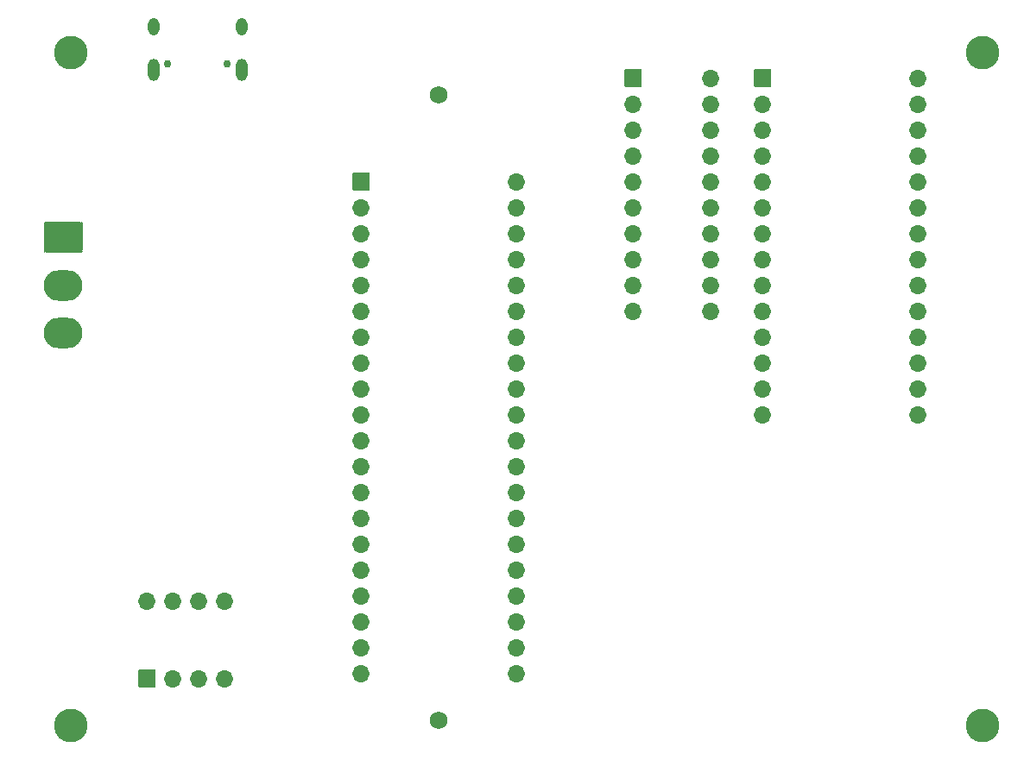
<source format=gbr>
%TF.GenerationSoftware,KiCad,Pcbnew,5.99.0+really5.1.10+dfsg1-1*%
%TF.CreationDate,2021-12-24T14:47:20+01:00*%
%TF.ProjectId,8051dumper,38303531-6475-46d7-9065-722e6b696361,1*%
%TF.SameCoordinates,PX60e4b00PYc1c9600*%
%TF.FileFunction,Soldermask,Bot*%
%TF.FilePolarity,Negative*%
%FSLAX46Y46*%
G04 Gerber Fmt 4.6, Leading zero omitted, Abs format (unit mm)*
G04 Created by KiCad (PCBNEW 5.99.0+really5.1.10+dfsg1-1) date 2021-12-24 14:47:20*
%MOMM*%
%LPD*%
G01*
G04 APERTURE LIST*
%ADD10C,3.302000*%
%ADD11O,1.702000X1.702000*%
%ADD12C,0.752000*%
%ADD13O,1.102000X2.202000*%
%ADD14O,1.102000X1.702000*%
%ADD15O,3.810400X3.023000*%
%ADD16C,1.753000*%
%ADD17O,1.702200X1.702200*%
%ADD18C,0.152400*%
G04 APERTURE END LIST*
D10*
%TO.C,H4*%
X7080000Y5080000D03*
%TD*%
%TO.C,H3*%
X7080000Y71120000D03*
%TD*%
%TO.C,H2*%
X96520000Y5080000D03*
%TD*%
%TO.C,H1*%
X96520000Y71120000D03*
%TD*%
D11*
%TO.C,J1*%
X14560000Y17270000D03*
X22180000Y9650000D03*
X17100000Y17270000D03*
X19640000Y9650000D03*
X19640000Y17270000D03*
X17100000Y9650000D03*
X22180000Y17270000D03*
G36*
G01*
X15360000Y8799000D02*
X13760000Y8799000D01*
G75*
G02*
X13709000Y8850000I0J51000D01*
G01*
X13709000Y10450000D01*
G75*
G02*
X13760000Y10501000I51000J0D01*
G01*
X15360000Y10501000D01*
G75*
G02*
X15411000Y10450000I0J-51000D01*
G01*
X15411000Y8850000D01*
G75*
G02*
X15360000Y8799000I-51000J0D01*
G01*
G37*
%TD*%
D12*
%TO.C,USB1*%
X16610000Y69950000D03*
X22390000Y69950000D03*
D13*
X23820000Y69420000D03*
X15180000Y69420000D03*
D14*
X23820000Y73600000D03*
X15180000Y73600000D03*
%TD*%
D11*
%TO.C,U2*%
X69850000Y68580000D03*
X62230000Y45720000D03*
X69850000Y66040000D03*
X62230000Y48260000D03*
X69850000Y63500000D03*
X62230000Y50800000D03*
X69850000Y60960000D03*
X62230000Y53340000D03*
X69850000Y58420000D03*
X62230000Y55880000D03*
X69850000Y55880000D03*
X62230000Y58420000D03*
X69850000Y53340000D03*
X62230000Y60960000D03*
X69850000Y50800000D03*
X62230000Y63500000D03*
X69850000Y48260000D03*
X62230000Y66040000D03*
X69850000Y45720000D03*
G36*
G01*
X61379000Y67780000D02*
X61379000Y69380000D01*
G75*
G02*
X61430000Y69431000I51000J0D01*
G01*
X63030000Y69431000D01*
G75*
G02*
X63081000Y69380000I0J-51000D01*
G01*
X63081000Y67780000D01*
G75*
G02*
X63030000Y67729000I-51000J0D01*
G01*
X61430000Y67729000D01*
G75*
G02*
X61379000Y67780000I0J51000D01*
G01*
G37*
%TD*%
D15*
%TO.C,S1*%
X6350000Y43561000D03*
X6350000Y48260000D03*
G36*
G01*
X4707799Y54470500D02*
X7992201Y54470500D01*
G75*
G02*
X8255200Y54207501I0J-262999D01*
G01*
X8255200Y51710499D01*
G75*
G02*
X7992201Y51447500I-262999J0D01*
G01*
X4707799Y51447500D01*
G75*
G02*
X4444800Y51710499I0J262999D01*
G01*
X4444800Y54207501D01*
G75*
G02*
X4707799Y54470500I262999J0D01*
G01*
G37*
%TD*%
D11*
%TO.C,U3*%
X90170000Y68580000D03*
X74930000Y35560000D03*
X90170000Y66040000D03*
X74930000Y38100000D03*
X90170000Y63500000D03*
X74930000Y40640000D03*
X90170000Y60960000D03*
X74930000Y43180000D03*
X90170000Y58420000D03*
X74930000Y45720000D03*
X90170000Y55880000D03*
X74930000Y48260000D03*
X90170000Y53340000D03*
X74930000Y50800000D03*
X90170000Y50800000D03*
X74930000Y53340000D03*
X90170000Y48260000D03*
X74930000Y55880000D03*
X90170000Y45720000D03*
X74930000Y58420000D03*
X90170000Y43180000D03*
X74930000Y60960000D03*
X90170000Y40640000D03*
X74930000Y63500000D03*
X90170000Y38100000D03*
X74930000Y66040000D03*
X90170000Y35560000D03*
G36*
G01*
X74079000Y67780000D02*
X74079000Y69380000D01*
G75*
G02*
X74130000Y69431000I51000J0D01*
G01*
X75730000Y69431000D01*
G75*
G02*
X75781000Y69380000I0J-51000D01*
G01*
X75781000Y67780000D01*
G75*
G02*
X75730000Y67729000I-51000J0D01*
G01*
X74130000Y67729000D01*
G75*
G02*
X74079000Y67780000I0J51000D01*
G01*
G37*
%TD*%
D16*
%TO.C,U1*%
X43180000Y66929000D03*
X43180000Y5588000D03*
D17*
X50800000Y58420000D03*
X35560000Y10160000D03*
X50800000Y55880000D03*
X35560000Y12700000D03*
X50800000Y53340000D03*
X35560000Y15240000D03*
X50800000Y50800000D03*
X35560000Y17780000D03*
X50800000Y48260000D03*
X35560000Y20320000D03*
X50800000Y45720000D03*
X35560000Y22860000D03*
X50800000Y43180000D03*
X35560000Y25400000D03*
X50800000Y40640000D03*
X35560000Y27940000D03*
X50800000Y38100000D03*
X35560000Y30480000D03*
X50800000Y35560000D03*
X35560000Y33020000D03*
X50800000Y33020000D03*
X35560000Y35560000D03*
X50800000Y30480000D03*
X35560000Y38100000D03*
X50800000Y27940000D03*
X35560000Y40640000D03*
X50800000Y25400000D03*
X35560000Y43180000D03*
X50800000Y22860000D03*
X35560000Y45720000D03*
X50800000Y20320000D03*
X35560000Y48260000D03*
X50800000Y17780000D03*
X35560000Y50800000D03*
X50800000Y15240000D03*
X35560000Y53340000D03*
X50800000Y12700000D03*
X35560000Y55880000D03*
X50800000Y10160000D03*
G36*
G01*
X34708900Y57619900D02*
X34708900Y59220100D01*
G75*
G02*
X34759900Y59271100I51000J0D01*
G01*
X36360100Y59271100D01*
G75*
G02*
X36411100Y59220100I0J-51000D01*
G01*
X36411100Y57619900D01*
G75*
G02*
X36360100Y57568900I-51000J0D01*
G01*
X34759900Y57568900D01*
G75*
G02*
X34708900Y57619900I0J51000D01*
G01*
G37*
%TD*%
D18*
G36*
X4446790Y51710695D02*
G01*
X4451823Y51659585D01*
X4466677Y51610623D01*
X4490794Y51565501D01*
X4523252Y51525952D01*
X4562801Y51493494D01*
X4607923Y51469377D01*
X4656885Y51454523D01*
X4707995Y51449490D01*
X4709621Y51448325D01*
X4709425Y51446335D01*
X4707799Y51445500D01*
X4610688Y51445500D01*
X4610492Y51445510D01*
X4573310Y51449172D01*
X4572925Y51449248D01*
X4543065Y51458306D01*
X4542703Y51458456D01*
X4515190Y51473162D01*
X4514864Y51473380D01*
X4490748Y51493171D01*
X4490471Y51493448D01*
X4470680Y51517564D01*
X4470462Y51517890D01*
X4455756Y51545403D01*
X4455606Y51545765D01*
X4446548Y51575625D01*
X4446472Y51576010D01*
X4442810Y51613192D01*
X4442800Y51613388D01*
X4442800Y51710499D01*
X4443800Y51712231D01*
X4445800Y51712231D01*
X4446790Y51710695D01*
G37*
G36*
X8256365Y51712125D02*
G01*
X8257200Y51710499D01*
X8257200Y51613388D01*
X8257190Y51613192D01*
X8253528Y51576010D01*
X8253452Y51575625D01*
X8244394Y51545765D01*
X8244244Y51545403D01*
X8229538Y51517890D01*
X8229320Y51517564D01*
X8209529Y51493448D01*
X8209252Y51493171D01*
X8185136Y51473380D01*
X8184810Y51473162D01*
X8157297Y51458456D01*
X8156935Y51458306D01*
X8127075Y51449248D01*
X8126690Y51449172D01*
X8089508Y51445510D01*
X8089312Y51445500D01*
X7992201Y51445500D01*
X7990469Y51446500D01*
X7990469Y51448500D01*
X7992005Y51449490D01*
X8043115Y51454523D01*
X8092077Y51469377D01*
X8137199Y51493494D01*
X8176748Y51525952D01*
X8209206Y51565501D01*
X8233323Y51610623D01*
X8248177Y51659585D01*
X8253210Y51710695D01*
X8254375Y51712321D01*
X8256365Y51712125D01*
G37*
G36*
X4709531Y54471500D02*
G01*
X4709531Y54469500D01*
X4707995Y54468510D01*
X4656885Y54463477D01*
X4607923Y54448623D01*
X4562801Y54424506D01*
X4523252Y54392048D01*
X4490794Y54352499D01*
X4466677Y54307377D01*
X4451823Y54258415D01*
X4446790Y54207305D01*
X4445625Y54205679D01*
X4443635Y54205875D01*
X4442800Y54207501D01*
X4442800Y54304612D01*
X4442810Y54304808D01*
X4446472Y54341990D01*
X4446548Y54342375D01*
X4455606Y54372235D01*
X4455756Y54372597D01*
X4470462Y54400110D01*
X4470680Y54400436D01*
X4490471Y54424552D01*
X4490748Y54424829D01*
X4514864Y54444620D01*
X4515190Y54444838D01*
X4542703Y54459544D01*
X4543065Y54459694D01*
X4572925Y54468752D01*
X4573310Y54468828D01*
X4610492Y54472490D01*
X4610688Y54472500D01*
X4707799Y54472500D01*
X4709531Y54471500D01*
G37*
G36*
X8089508Y54472490D02*
G01*
X8126690Y54468828D01*
X8127075Y54468752D01*
X8156935Y54459694D01*
X8157297Y54459544D01*
X8184810Y54444838D01*
X8185136Y54444620D01*
X8209252Y54424829D01*
X8209529Y54424552D01*
X8229320Y54400436D01*
X8229538Y54400110D01*
X8244244Y54372597D01*
X8244394Y54372235D01*
X8253452Y54342375D01*
X8253528Y54341990D01*
X8257190Y54304808D01*
X8257200Y54304612D01*
X8257200Y54207501D01*
X8256200Y54205769D01*
X8254200Y54205769D01*
X8253210Y54207305D01*
X8248177Y54258415D01*
X8233323Y54307377D01*
X8209206Y54352499D01*
X8176748Y54392048D01*
X8137199Y54424506D01*
X8092077Y54448623D01*
X8043115Y54463477D01*
X7992005Y54468510D01*
X7990379Y54469675D01*
X7990575Y54471665D01*
X7992201Y54472500D01*
X8089312Y54472500D01*
X8089508Y54472490D01*
G37*
M02*

</source>
